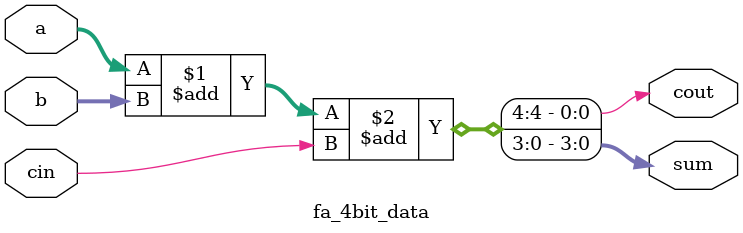
<source format=v>
module fa_4bit_data(a,b,cin,sum,cout);
input [3:0]a,b;
input cin;
output[3:0]sum;
output cout;
assign {cout,sum}=a+b+cin;
endmodule

</source>
